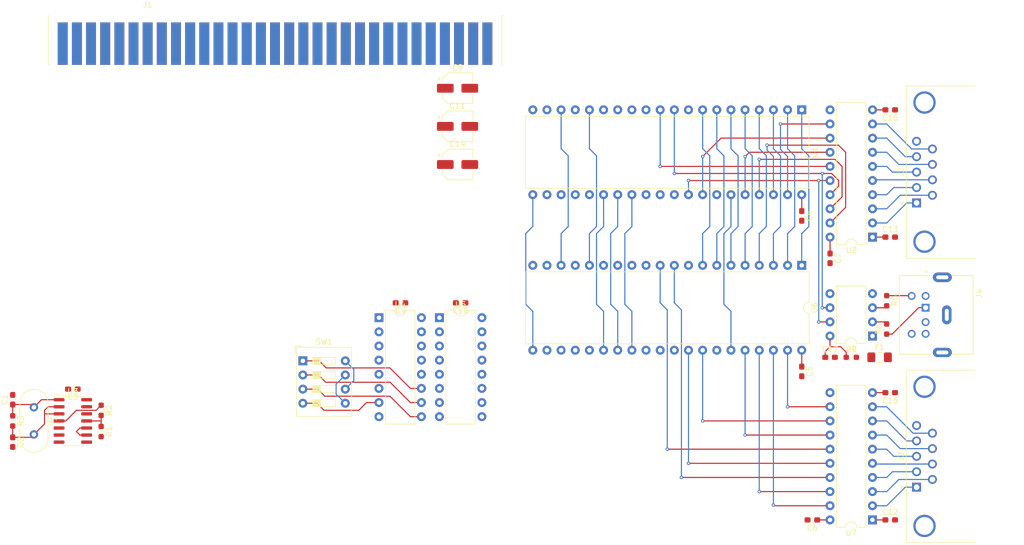
<source format=kicad_pcb>
(kicad_pcb (version 20240108) (generator "pcbnew") (generator_version "8.0")
  (layers (0 "F.Cu" signal) (31 "B.Cu" signal) (34 "B.Paste" user) (35 "F.Paste" user) (36 "B.SilkS" user "B.Silkscreen") (37 "F.SilkS" user "F.Silkscreen") (38 "B.Mask" user) (39 "F.Mask" user) (44 "Edge.Cuts" user))
  (net 0 "")
  (net 1 "GND")
  (net 2 "Net-(C1-Pad1)")
  (net 3 "Net-(C2-Pad1)")
  (net 4 "+5V")
  (net 5 "+12V")
  (net 6 "-12V")
  (net 7 "Net-(F1-Pad2)")
  (net 10 "/D5")
  (net 11 "/D3")
  (net 12 "/A3")
  (net 16 "/~{IOR}")
  (net 24 "/D2")
  (net 25 "/A5")
  (net 26 "/AEN")
  (net 27 "/D1")
  (net 29 "/D4")
  (net 30 "/IRQ3")
  (net 32 "/A1")
  (net 33 "/A8")
  (net 34 "/A6")
  (net 40 "/D6")
  (net 41 "/D7")
  (net 42 "/A2")
  (net 44 "/A4")
  (net 45 "/A9")
  (net 50 "/IRQ4")
  (net 54 "/D0")
  (net 55 "/A7")
  (net 58 "/RESET")
  (net 59 "/A0")
  (net 61 "/~{IOW}")
  (net 63 "Net-(U2-RA5)")
  (net 64 "Net-(U2-RA3)")
  (net 65 "Net-(U2-DY2)")
  (net 66 "Net-(U2-RA4)")
  (net 67 "Net-(U2-DY3)")
  (net 68 "Net-(U2-RA1)")
  (net 69 "Net-(U2-DY1)")
  (net 70 "Net-(U2-RA2)")
  (net 71 "Net-(U7-DY2)")
  (net 72 "Net-(U7-DY1)")
  (net 73 "Net-(U7-RA5)")
  (net 74 "Net-(U7-RA2)")
  (net 75 "Net-(U7-DY3)")
  (net 76 "Net-(U7-RA1)")
  (net 77 "Net-(U7-RA3)")
  (net 78 "Net-(U7-RA4)")
  (net 79 "Net-(J4-Pad1)")
  (net 80 "Net-(J4-Pad5)")
  (net 83 "Net-(R1-Pad1)")
  (net 84 "/CLK_UART")
  (net 85 "Net-(R2-Pad1)")
  (net 86 "Net-(U8-~{RESET}{slash}PB5)")
  (net 87 "/PS2 to Serial/PS2_CLK")
  (net 88 "/PS2 to Serial/PS2_DAT")
  (net 89 "/~{0x3E8}")
  (net 90 "/~{0x2F8}")
  (net 91 "/~{0x2E8}")
  (net 92 "/~{0x3F8}")
  (net 93 "/~{UART2_CS}")
  (net 94 "/~{UART1_CS}")
  (net 97 "/RX")
  (net 98 "Net-(U1-~{RI})")
  (net 100 "Net-(U1-SOUT)")
  (net 101 "Net-(U1-~{DSR})")
  (net 102 "Net-(U1-~{CTS})")
  (net 104 "Net-(U1-~{DCD})")
  (net 105 "Net-(U1-~{DTR})")
  (net 108 "Net-(U1-RCLK)")
  (net 109 "/~{RTS}")
  (net 115 "Net-(U4-E2)")
  (net 123 "Net-(U6-~{RTS})")
  (net 125 "Net-(U6-~{RI})")
  (net 127 "Net-(U6-~{CTS})")
  (net 128 "Net-(U6-~{DCD})")
  (net 129 "Net-(U6-RCLK)")
  (net 130 "Net-(U6-~{DTR})")
  (net 131 "Net-(U6-SIN)")
  (net 133 "Net-(U6-~{DSR})")
  (net 137 "Net-(U6-SOUT)")
  (net 139 "Net-(U3-Pad10)")
  (footprint "Package_DIP:DIP-40_W15.24mm" (layer "F.Cu") (at 187.955 64.765 -90)
    (property "Reference" "U1")
    (property "Value" "16550")
  )
  (footprint "Capacitor_SMD:C_0603_1608Metric_Pad1.08x0.95mm_HandSolder" (layer "F.Cu") (at 187.96 111.76 -90)
    (property "Reference" "C5")
    (property "Value" "100n")
  )
  (footprint "Resistor_SMD:R_0603_1608Metric_Pad0.98x0.95mm_HandSolder" (layer "F.Cu") (at 62.23 118.745 -90)
    (property "Reference" "R2")
    (property "Value" "1K")
  )
  (footprint "Capacitor_SMD:CP_Elec_5x5.3" (layer "F.Cu") (at 126.186 67.738)
    (property "Reference" "C11")
    (property "Value" "22u")
  )
  (footprint "Package_DIP:DIP-40_W15.24mm" (layer "F.Cu") (at 187.955 92.705 -90)
    (property "Reference" "U6")
    (property "Value" "16550")
  )
  (footprint "Package_DIP:DIP-20_W7.62mm" (layer "F.Cu") (at 200.66 87.63 180)
    (property "Reference" "U2")
    (property "Value" "GD75232N")
  )
  (footprint "Capacitor_SMD:C_0603_1608Metric_Pad1.08x0.95mm_HandSolder" (layer "F.Cu") (at 203.835 87.63)
    (property "Reference" "C13")
    (property "Value" "100n")
  )
  (footprint "Connector_Dsub:DSUB-9_Male_Horizontal_P2.77x2.84mm_EdgePinOffset7.70mm_Housed_MountingHolesOffset9.12mm" (layer "F.Cu") (at 208.569669 81.496 90)
    (property "Reference" "J2")
    (property "Value" "DE9")
  )
  (footprint "Capacitor_SMD:C_0603_1608Metric_Pad1.08x0.95mm_HandSolder" (layer "F.Cu") (at 203.835 115.57 180)
    (property "Reference" "C15")
    (property "Value" "100n")
  )
  (footprint "Capacitor_SMD:C_0603_1608Metric_Pad1.08x0.95mm_HandSolder" (layer "F.Cu") (at 203.835 138.43)
    (property "Reference" "C12")
    (property "Value" "100n")
  )
  (footprint "Capacitor_SMD:C_0603_1608Metric_Pad1.08x0.95mm_HandSolder" (layer "F.Cu") (at 46.355 116.84 90)
    (property "Reference" "C1")
    (property "Value" "22p")
  )
  (footprint "Button_Switch_THT:SW_DIP_SPSTx04_Slide_9.78x12.34mm_W7.62mm_P2.54mm" (layer "F.Cu") (at 98.425 109.855)
    (property "Reference" "SW1")
    (property "Value" "SW_DIP_x04")
  )
  (footprint "Capacitor_SMD:C_0603_1608Metric_Pad1.08x0.95mm_HandSolder" (layer "F.Cu") (at 126.746 99.441 180)
    (property "Reference" "C10")
    (property "Value" "100n")
  )
  (footprint "Capacitor_SMD:C_0603_1608Metric_Pad1.08x0.95mm_HandSolder" (layer "F.Cu") (at 189.865 138.43 180)
    (property "Reference" "C6")
    (property "Value" "100n")
  )
  (footprint "Connector_Dsub:DSUB-9_Male_Horizontal_P2.77x2.84mm_EdgePinOffset7.70mm_Housed_MountingHolesOffset9.12mm" (layer "F.Cu") (at 208.569669 132.55 90)
    (property "Reference" "J3")
    (property "Value" "DE9")
  )
  (footprint "Package_DIP:DIP-16_W7.62mm" (layer "F.Cu") (at 122.936 102.108)
    (property "Reference" "U5")
    (property "Value" "74LS138")
  )
  (footprint "Resistor_SMD:R_0603_1608Metric_Pad0.98x0.95mm_HandSolder" (layer "F.Cu") (at 62.23 122.555 -90)
    (property "Reference" "R1")
    (property "Value" "10K")
  )
  (footprint "pc-parts:BUS_AT_8BIT" (layer "F.Cu") (at 131.536 52.878)
    (property "Reference" "J1")
    (property "Value" "Bus_ISA_8bit")
  )
  (footprint "Resistor_SMD:R_0603_1608Metric_Pad0.98x0.95mm_HandSolder" (layer "F.Cu") (at 203.2 99.06 -90)
    (property "Reference" "R5")
    (property "Value" "100")
  )
  (footprint "Capacitor_SMD:C_0603_1608Metric_Pad1.08x0.95mm_HandSolder" (layer "F.Cu") (at 57.15 114.935 180)
    (property "Reference" "C3")
    (property "Value" "100n")
  )
  (footprint "Package_SO:SO-14_3.9x8.65mm_P1.27mm" (layer "F.Cu") (at 57.15 120.65)
    (property "Reference" "U3")
    (property "Value" "74HCU04")
  )
  (footprint "Capacitor_SMD:C_0603_1608Metric_Pad1.08x0.95mm_HandSolder" (layer "F.Cu") (at 193.04 109.22)
    (property "Reference" "C17")
    (property "Value" "100n")
  )
  (footprint "Package_DIP:DIP-20_W7.62mm" (layer "F.Cu") (at 200.65 138.425 180)
    (property "Reference" "U7")
    (property "Value" "GD75232N")
  )
  (footprint "Package_DIP:DIP-8_W7.62mm" (layer "F.Cu") (at 200.65 105.4 180)
    (property "Reference" "U8")
    (property "Value" "ATtiny85-20P")
  )
  (footprint "Capacitor_SMD:C_0603_1608Metric_Pad1.08x0.95mm_HandSolder" (layer "F.Cu") (at 193.04 91.44 -90)
    (property "Reference" "C7")
    (property "Value" "100n")
  )
  (footprint "Resistor_SMD:R_0603_1608Metric_Pad0.98x0.95mm_HandSolder" (layer "F.Cu") (at 196.85 109.22)
    (property "Reference" "R4")
    (property "Value" "10K")
  )
  (footprint "Fuse:Fuse_1206_3216Metric_Pad1.42x1.75mm_HandSolder" (layer "F.Cu") (at 201.93 109.22)
    (property "Reference" "F1")
    (property "Value" "Fuse")
  )
  (footprint "Resistor_SMD:R_0603_1608Metric_Pad0.98x0.95mm_HandSolder" (layer "F.Cu") (at 46.355 120.65 -90)
    (property "Reference" "R3")
    (property "Value" "1M")
  )
  (footprint "Capacitor_SMD:CP_Elec_5x5.3" (layer "F.Cu") (at 126.186 74.588)
    (property "Reference" "C14")
    (property "Value" "22u")
  )
  (footprint "pc-parts:CUI_MD-60SGK" (layer "F.Cu") (at 212.09 101.6 -90)
    (property "Reference" "J4")
    (property "Value" "Mini-DIN-6")
  )
  (footprint "Capacitor_SMD:C_0603_1608Metric_Pad1.08x0.95mm_HandSolder" (layer "F.Cu") (at 187.96 83.82 -90)
    (property "Reference" "C4")
    (property "Value" "100n")
  )
  (footprint "Resistor_SMD:R_0603_1608Metric_Pad0.98x0.95mm_HandSolder" (layer "F.Cu") (at 203.2 104.14 90)
    (property "Reference" "R6")
    (property "Value" "100")
  )
  (footprint "Capacitor_SMD:C_0603_1608Metric_Pad1.08x0.95mm_HandSolder" (layer "F.Cu") (at 115.951 99.441 180)
    (property "Reference" "C9")
    (property "Value" "100n")
  )
  (footprint "Capacitor_SMD:C_0603_1608Metric_Pad1.08x0.95mm_HandSolder" (layer "F.Cu") (at 203.835 64.77 180)
    (property "Reference" "C16")
    (property "Value" "100n")
  )
  (footprint "Capacitor_SMD:CP_Elec_5x5.3" (layer "F.Cu") (at 126.186 60.888)
    (property "Reference" "C8")
    (property "Value" "22u")
  )
  (footprint "Package_DIP:DIP-16_W7.62mm" (layer "F.Cu") (at 112.086 102.108)
    (property "Reference" "U4")
    (property "Value" "74LS138")
  )
  (footprint "Capacitor_SMD:C_0603_1608Metric_Pad1.08x0.95mm_HandSolder" (layer "F.Cu") (at 46.355 124.46 -90)
    (property "Reference" "C2")
    (property "Value" "22p")
  )
  (footprint "Crystal:Crystal_HC49-U_Vertical" (layer "F.Cu") (at 50.165 118.2 -90)
    (property "Reference" "Y1")
    (property "Value" "1.8432MHz")
  )
  (segment (start 51.525 116.84) (end 50.165 118.2) (width 0.2) (layer "F.Cu") (net 2))
  (segment (start 54.675 116.84) (end 51.525 116.84) (width 0.2) (layer "F.Cu") (net 2))
  (segment (start 49.6675 117.7025) (end 50.165 118.2) (width 0.2) (layer "F.Cu") (net 2))
  (segment (start 46.355 119.7375) (end 46.355 117.7025) (width 0.2) (layer "F.Cu") (net 2))
  (segment (start 46.355 117.7025) (end 49.6675 117.7025) (width 0.2) (layer "F.Cu") (net 2))
  (segment (start 52.07 121.175) (end 50.165 123.08) (width 0.2) (layer "F.Cu") (net 3))
  (segment (start 52.705 118.11) (end 52.07 118.745) (width 0.2) (layer "F.Cu") (net 3))
  (segment (start 54.675 119.38) (end 52.07 119.38) (width 0.2) (layer "F.Cu") (net 3))
  (segment (start 54.675 118.11) (end 52.705 118.11) (width 0.2) (layer "F.Cu") (net 3))
  (segment (start 46.355 123.5975) (end 49.6475 123.5975) (width 0.2) (layer "F.Cu") (net 3))
  (segment (start 52.07 119.38) (end 52.07 121.175) (width 0.2) (layer "F.Cu") (net 3))
  (segment (start 49.6475 123.5975) (end 50.165 123.08) (width 0.2) (layer "F.Cu") (net 3))
  (segment (start 46.355 121.5625) (end 46.355 123.5975) (width 0.2) (layer "F.Cu") (net 3))
  (segment (start 52.07 118.745) (end 52.07 119.38) (width 0.2) (layer "F.Cu") (net 3))
  (segment (start 187.96 107.95) (end 187.955 107.945) (width 0.2) (layer "F.Cu") (net 4))
  (segment (start 193.04 107.315) (end 193.03 107.305) (width 0.2) (layer "F.Cu") (net 4))
  (segment (start 193.03 107.305) (end 193.03 105.4) (width 0.2) (layer "F.Cu") (net 4))
  (segment (start 190.7275 138.43) (end 193.025 138.43) (width 0.2) (layer "F.Cu") (net 4))
  (segment (start 187.96 80.01) (end 187.955 80.005) (width 0.2) (layer "F.Cu") (net 4))
  (segment (start 193.04 90.5775) (end 193.04 87.63) (width 0.2) (layer "F.Cu") (net 4))
  (segment (start 192.1775 109.22) (end 192.1775 108.1775) (width 0.2) (layer "F.Cu") (net 4))
  (segment (start 194.945 107.315) (end 195.9375 108.3075) (width 0.2) (layer "F.Cu") (net 4))
  (segment (start 193.04 107.315) (end 194.945 107.315) (width 0.2) (layer "F.Cu") (net 4))
  (segment (start 187.96 82.9575) (end 187.96 80.01) (width 0.2) (layer "F.Cu") (net 4))
  (segment (start 187.96 110.8975) (end 187.96 107.95) (width 0.2) (layer "F.Cu") (net 4))
  (segment (start 192.1775 108.1775) (end 193.04 107.315) (width 0.2) (layer "F.Cu") (net 4))
  (segment (start 193.025 138.43) (end 193.03 138.425) (width 0.2) (layer "F.Cu") (net 4))
  (segment (start 195.9375 108.3075) (end 195.9375 109.22) (width 0.2) (layer "F.Cu") (net 4))
  (segment (start 202.9725 87.63) (end 200.66 87.63) (width 0.2) (layer "F.Cu") (net 5))
  (segment (start 200.655 138.43) (end 200.65 138.425) (width 0.2) (layer "F.Cu") (net 5))
  (segment (start 202.9725 138.43) (end 200.655 138.43) (width 0.2) (layer "F.Cu") (net 5))
  (segment (start 202.9725 115.57) (end 200.655 115.57) (width 0.2) (layer "F.Cu") (net 6))
  (segment (start 200.655 115.57) (end 200.65 115.565) (width 0.2) (layer "F.Cu") (net 6))
  (segment (start 202.9725 64.77) (end 200.66 64.77) (width 0.2) (layer "F.Cu") (net 6))
  (segment (start 175.255 92.705) (end 175.255 87) (width 0.2) (layer "B.Cu") (net 10))
  (segment (start 176.53 85.725) (end 176.53 73.025) (width 0.2) (layer "B.Cu") (net 10))
  (segment (start 176.53 73.025) (end 175.255 71.75) (width 0.2) (layer "B.Cu") (net 10))
  (segment (start 175.255 87) (end 176.53 85.725) (width 0.2) (layer "B.Cu") (net 10))
  (segment (start 175.255 71.75) (end 175.255 64.765) (width 0.2) (layer "B.Cu") (net 10))
  (segment (start 180.335 92.705) (end 180.335 87) (width 0.2) (layer "B.Cu") (net 11))
  (segment (start 180.335 71.75) (end 180.335 64.765) (width 0.2) (layer "B.Cu") (net 11))
  (segment (start 181.61 73.025) (end 180.335 71.75) (width 0.2) (layer "B.Cu") (net 11))
  (segment (start 181.61 85.725) (end 181.61 73.025) (width 0.2) (layer "B.Cu") (net 11))
  (segment (start 180.335 87) (end 181.61 85.725) (width 0.2) (layer "B.Cu") (net 11))
  (segment (start 139.695 85.72) (end 139.695 80.005) (width 0.2) (layer "B.Cu") (net 16))
  (segment (start 139.695 100.97) (end 138.43 99.705) (width 0.2) (layer "B.Cu") (net 16))
  (segment (start 138.43 86.985) (end 139.695 85.72) (width 0.2) (layer "B.Cu") (net 16))
  (segment (start 139.695 107.945) (end 139.695 100.97) (width 0.2) (layer "B.Cu") (net 16))
  (segment (start 138.43 99.705) (end 138.43 86.985) (width 0.2) (layer "B.Cu") (net 16))
  (segment (start 182.875 87) (end 184.15 85.725) (width 0.2) (layer "B.Cu") (net 24))
  (segment (start 184.15 73.025) (end 182.875 71.75) (width 0.2) (layer "B.Cu") (net 24))
  (segment (start 182.875 92.705) (end 182.875 87) (width 0.2) (layer "B.Cu") (net 24))
  (segment (start 182.875 71.75) (end 182.875 64.765) (width 0.2) (layer "B.Cu") (net 24))
  (segment (start 184.15 85.725) (end 184.15 73.025) (width 0.2) (layer "B.Cu") (net 24))
  (segment (start 186.69 73.025) (end 185.415 71.75) (width 0.2) (layer "B.Cu") (net 27))
  (segment (start 185.415 87) (end 186.69 85.725) (width 0.2) (layer "B.Cu") (net 27))
  (segment (start 185.415 71.75) (end 185.415 64.765) (width 0.2) (layer "B.Cu") (net 27))
  (segment (start 186.69 85.725) (end 186.69 73.025) (width 0.2) (layer "B.Cu") (net 27))
  (segment (start 185.415 92.705) (end 185.415 87) (width 0.2) (layer "B.Cu") (net 27))
  (segment (start 179.07 85.725) (end 179.07 73.025) (width 0.2) (layer "B.Cu") (net 29))
  (segment (start 177.795 71.115) (end 177.795 64.765) (width 0.2) (layer "B.Cu") (net 29))
  (segment (start 177.8 71.12) (end 177.795 71.115) (width 0.2) (layer "B.Cu") (net 29))
  (segment (start 177.795 87) (end 179.07 85.725) (width 0.2) (layer "B.Cu") (net 29))
  (segment (start 177.795 92.705) (end 177.795 87) (width 0.2) (layer "B.Cu") (net 29))
  (segment (start 177.8 71.755) (end 177.8 71.12) (width 0.2) (layer "B.Cu") (net 29))
  (segment (start 179.07 73.025) (end 177.8 71.755) (width 0.2) (layer "B.Cu") (net 29))
  (segment (start 153.67 86.985) (end 154.935 85.72) (width 0.2) (layer "B.Cu") (net 32))
  (segment (start 154.935 85.72) (end 154.935 80.005) (width 0.2) (layer "B.Cu") (net 32))
  (segment (start 154.935 107.945) (end 154.935 100.97) (width 0.2) (layer "B.Cu") (net 32))
  (segment (start 153.67 99.705) (end 153.67 86.985) (width 0.2) (layer "B.Cu") (net 32))
  (segment (start 154.935 100.97) (end 153.67 99.705) (width 0.2) (layer "B.Cu") (net 32))
  (segment (start 172.715 92.705) (end 172.715 87) (width 0.2) (layer "B.Cu") (net 40))
  (segment (start 172.715 87) (end 173.99 85.725) (width 0.2) (layer "B.Cu") (net 40))
  (segment (start 172.72 71.12) (end 172.715 71.115) (width 0.2) (layer "B.Cu") (net 40))
  (segment (start 173.99 73.025) (end 172.72 71.755) (width 0.2) (layer "B.Cu") (net 40))
  (segment (start 172.715 71.115) (end 172.715 64.765) (width 0.2) (layer "B.Cu") (net 40))
  (segment (start 173.99 85.725) (end 173.99 73.025) (width 0.2) (layer "B.Cu") (net 40))
  (segment (start 172.72 71.755) (end 172.72 71.12) (width 0.2) (layer "B.Cu") (net 40))
  (segment (start 170.18 71.755) (end 170.18 71.12) (width 0.2) (layer "B.Cu") (net 41))
  (segment (start 170.175 71.115) (end 170.175 64.765) (width 0.2) (layer "B.Cu") (net 41))
  (segment (start 170.175 87) (end 171.45 85.725) (width 0.2) (layer "B.Cu") (net 41))
  (segment (start 170.18 71.12) (end 170.175 71.115) (width 0.2) (layer "B.Cu") (net 41))
  (segment (start 170.175 92.705) (end 170.175 87) (width 0.2) (layer "B.Cu") (net 41))
  (segment (start 171.45 73.025) (end 170.18 71.755) (width 0.2) (layer "B.Cu") (net 41))
  (segment (start 171.45 85.725) (end 171.45 73.025) (width 0.2) (layer "B.Cu") (net 41))
  (segment (start 152.4 85.09) (end 152.395 85.085) (width 0.2) (layer "B.Cu") (net 42))
  (segment (start 151.13 86.995) (end 152.4 85.725) (width 0.2) (layer "B.Cu") (net 42))
  (segment (start 152.395 100.97) (end 151.13 99.705) (width 0.2) (layer "B.Cu") (net 42))
  (segment (start 152.395 85.085) (end 152.395 80.005) (width 0.2) (layer "B.Cu") (net 42))
  (segment (start 152.395 107.945) (end 152.395 100.97) (width 0.2) (layer "B.Cu") (net 42))
  (segment (start 152.4 85.725) (end 152.4 85.09) (width 0.2) (layer "B.Cu") (net 42))
  (segment (start 151.13 99.705) (end 151.13 86.995) (width 0.2) (layer "B.Cu") (net 42))
  (segment (start 189.23 73.025) (end 187.96 71.755) (width 0.2) (layer "B.Cu") (net 54))
  (segment (start 187.96 71.12) (end 187.955 71.115) (width 0.2) (layer "B.Cu") (net 54))
  (segment (start 189.23 85.725) (end 189.23 73.025) (width 0.2) (layer "B.Cu") (net 54))
  (segment (start 187.96 71.755) (end 187.96 71.12) (width 0.2) (layer "B.Cu") (net 54))
  (segment (start 187.955 87) (end 189.23 85.725) (width 0.2) (layer "B.Cu") (net 54))
  (segment (start 187.955 92.705) (end 187.955 87) (width 0.2) (layer "B.Cu") (net 54))
  (segment (start 187.955 71.115) (end 187.955 64.765) (width 0.2) (layer "B.Cu") (net 54))
  (segment (start 175.26 85.09) (end 175.255 85.085) (width 0.2) (layer "B.Cu") (net 58))
  (segment (start 173.99 99.695) (end 173.99 86.995) (width 0.2) (layer "B.Cu") (net 58))
  (segment (start 175.26 85.725) (end 175.26 85.09) (width 0.2) (layer "B.Cu") (net 58))
  (segment (start 175.255 85.085) (end 175.255 80.005) (width 0.2) (layer "B.Cu") (net 58))
  (segment (start 173.99 86.995) (end 175.26 85.725) (width 0.2) (layer "B.Cu") (net 58))
  (segment (start 175.255 100.96) (end 173.99 99.695) (width 0.2) (layer "B.Cu") (net 58))
  (segment (start 175.255 107.945) (end 175.255 100.96) (width 0.2) (layer "B.Cu") (net 58))
  (segment (start 156.21 99.705) (end 156.21 86.995) (width 0.2) (layer "B.Cu") (net 59))
  (segment (start 157.48 85.725) (end 157.48 85.09) (width 0.2) (layer "B.Cu") (net 59))
  (segment (start 157.475 100.97) (end 156.21 99.705) (width 0.2) (layer "B.Cu") (net 59))
  (segment (start 157.475 85.085) (end 157.475 80.005) (width 0.2) (layer "B.Cu") (net 59))
  (segment (start 157.48 85.09) (end 157.475 85.085) (width 0.2) (layer "B.Cu") (net 59))
  (segment (start 156.21 86.995) (end 157.48 85.725) (width 0.2) (layer "B.Cu") (net 59))
  (segment (start 157.475 107.945) (end 157.475 100.97) (width 0.2) (layer "B.Cu") (net 59))
  (segment (start 144.775 71.75) (end 144.775 64.765) (width 0.2) (layer "B.Cu") (net 61))
  (segment (start 146.05 73.025) (end 144.775 71.75) (width 0.2) (layer "B.Cu") (net 61))
  (segment (start 146.05 85.725) (end 146.05 73.025) (width 0.2) (layer "B.Cu") (net 61))
  (segment (start 144.775 87) (end 146.05 85.725) (width 0.2) (layer "B.Cu") (net 61))
  (segment (start 144.775 92.705) (end 144.775 87) (width 0.2) (layer "B.Cu") (net 61))
  (segment (start 203.2 67.31) (end 200.66 67.31) (width 0.2) (layer "B.Cu") (net 63))
  (segment (start 207.691 71.801) (end 203.2 67.31) (width 0.2) (layer "B.Cu") (net 63))
  (segment (start 211.409669 71.801) (end 207.691 71.801) (width 0.2) (layer "B.Cu") (net 63))
  (segment (start 203.2 80.01) (end 200.66 80.01) (width 0.2) (layer "B.Cu") (net 64))
  (segment (start 204.484 78.726) (end 203.2 80.01) (width 0.2) (layer "B.Cu") (net 64))
  (segment (start 208.569669 78.726) (end 204.484 78.726) (width 0.2) (layer "B.Cu") (net 64))
  (segment (start 203.2 74.93) (end 200.66 74.93) (width 0.2) (layer "B.Cu") (net 65))
  (segment (start 208.569669 75.956) (end 204.226 75.956) (width 0.2) (layer "B.Cu") (net 65))
  (segment (start 204.226 75.956) (end 203.2 74.93) (width 0.2) (layer "B.Cu") (net 65))
  (segment (start 205.381 74.571) (end 203.2 72.39) (width 0.2) (layer "B.Cu") (net 66))
  (segment (start 203.2 72.39) (end 200.66 72.39) (width 0.2) (layer "B.Cu") (net 66))
  (segment (start 211.409669 74.571) (end 205.381 74.571) (width 0.2) (layer "B.Cu") (net 66))
  (segment (start 208.569669 73.186) (end 206.536 73.186) (width 0.2) (layer "B.Cu") (net 67))
  (segment (start 206.536 73.186) (end 203.2 69.85) (width 0.2) (layer "B.Cu") (net 67))
  (segment (start 203.2 69.85) (end 200.66 69.85) (width 0.2) (layer "B.Cu") (net 67))
  (segment (start 206.794 81.496) (end 203.2 85.09) (width 0.2) (layer "B.Cu") (net 68))
  (segment (start 203.2 85.09) (end 200.66 85.09) (width 0.2) (layer "B.Cu") (net 68))
  (segment (start 208.569669 81.496) (end 206.794 81.496) (width 0.2) (layer "B.Cu") (net 68))
  (segment (start 211.409669 77.341) (end 200.789 77.341) (width 0.2) (layer "B.Cu") (net 69))
  (segment (start 200.789 77.341) (end 200.66 77.47) (width 0.2) (layer "B.Cu") (net 69))
  (segment (start 203.2 82.55) (end 200.66 82.55) (width 0.2) (layer "B.Cu") (net 70))
  (segment (start 211.409669 80.111) (end 205.639 80.111) (width 0.2) (layer "B.Cu") (net 70))
  (segment (start 205.639 80.111) (end 203.2 82.55) (width 0.2) (layer "B.Cu") (net 70))
  (segment (start 208.569669 127.01) (end 204.48 127.01) (width 0.2) (layer "B.Cu") (net 71))
  (segment (start 204.48 127.01) (end 203.195 125.725) (width 0.2) (layer "B.Cu") (net 71))
  (segment (start 203.195 125.725) (end 200.65 125.725) (width 0.2) (layer "B.Cu") (net 71))
  (segment (start 200.78 128.395) (end 200.65 128.265) (width 0.2) (layer "B.Cu") (net 72))
  (segment (start 211.409669 128.395) (end 200.78 128.395) (width 0.2) (layer "B.Cu") (net 72))
  (segment (start 203.2 118.11) (end 202.565 118.11) (width 0.2) (layer "B.Cu") (net 73))
  (segment (start 202.56 118.105) (end 200.65 118.105) (width 0.2) (layer "B.Cu") (net 73))
  (segment (start 211.409669 122.855) (end 207.945 122.855) (width 0.2) (layer "B.Cu") (net 73))
  (segment (start 202.565 118.11) (end 202.56 118.105) (width 0.2) (layer "B.Cu") (net 73))
  (segment (start 207.945 122.855) (end 203.2 118.11) (width 0.2) (layer "B.Cu") (net 73))
  (segment (start 202.565 133.35) (end 202.56 133.345) (width 0.2) (layer "B.Cu") (net 74))
  (segment (start 205.385 131.165) (end 203.2 133.35) (width 0.2) (layer "B.Cu") (net 74))
  (segment (start 203.2 133.35) (end 202.565 133.35) (width 0.2) (layer "B.Cu") (net 74))
  (segment (start 211.409669 131.165) (end 205.385 131.165) (width 0.2) (layer "B.Cu") (net 74))
  (segment (start 202.56 133.345) (end 200.65 133.345) (width 0.2) (layer "B.Cu") (net 74))
  (segment (start 206.79 124.24) (end 203.2 120.65) (width 0.2) (layer "B.Cu") (net 75))
  (segment (start 203.2 120.65) (end 202.565 120.65) (width 0.2) (layer "B.Cu") (net 75))
  (segment (start 208.569669 124.24) (end 206.79 124.24) (width 0.2) (layer "B.Cu") (net 75))
  (segment (start 202.56 120.645) (end 200.65 120.645) (width 0.2) (layer "B.Cu") (net 75))
  (segment (start 202.565 120.65) (end 202.56 120.645) (width 0.2) (layer "B.Cu") (net 75))
  (segment (start 202.56 135.885) (end 200.65 135.885) (width 0.2) (layer "B.Cu") (net 76))
  (segment (start 202.565 135.89) (end 202.56 135.885) (width 0.2) (layer "B.Cu") (net 76))
  (segment (start 206.54 132.55) (end 203.2 135.89) (width 0.2) (layer "B.Cu") (net 76))
  (segment (start 208.569669 132.55) (end 206.54 132.55) (width 0.2) (layer "B.Cu") (net 76))
  (segment (start 203.2 135.89) (end 202.565 135.89) (width 0.2) (layer "B.Cu") (net 76))
  (segment (start 203.195 130.805) (end 200.65 130.805) (width 0.2) (layer "B.Cu") (net 77))
  (segment (start 203.2 130.81) (end 203.195 130.805) (width 0.2) (layer "B.Cu") (net 77))
  (segment (start 208.569669 129.78) (end 204.23 129.78) (width 0.2) (layer "B.Cu") (net 77))
  (segment (start 204.23 129.78) (end 203.2 130.81) (width 0.2) (layer "B.Cu") (net 77))
  (segment (start 202.565 123.19) (end 202.56 123.185) (width 0.2) (layer "B.Cu") (net 78))
  (segment (start 211.409669 125.625) (end 205.635 125.625) (width 0.2) (layer "B.Cu") (net 78))
  (segment (start 202.56 123.185) (end 200.65 123.185) (width 0.2) (layer "B.Cu") (net 78))
  (segment (start 205.635 125.625) (end 203.2 123.19) (width 0.2) (layer "B.Cu") (net 78))
  (segment (start 203.2 123.19) (end 202.565 123.19) (width 0.2) (layer "B.Cu") (net 78))
  (segment (start 203.2 105.0525) (end 204.1925 105.0525) (width 0.2) (layer "F.Cu") (net 79))
  (segment (start 208.945 100.3) (end 210.19 100.3) (width 0.2) (layer "F.Cu") (net 79))
  (segment (start 204.1925 105.0525) (end 208.945 100.3) (width 0.2) (layer "F.Cu") (net 79))
  (segment (start 207.6375 98.1475) (end 207.69 98.2) (width 0.2) (layer "F.Cu") (net 80))
  (segment (start 203.2 98.1475) (end 207.6375 98.1475) (width 0.2) (layer "F.Cu") (net 80))
  (segment (start 62.23 120.65) (end 59.625 120.65) (width 0.2) (layer "F.Cu") (net 83))
  (segment (start 62.23 120.65) (end 62.23 121.6425) (width 0.2) (layer "F.Cu") (net 83))
  (segment (start 62.23 119.6575) (end 62.23 120.65) (width 0.2) (layer "F.Cu") (net 83))
  (segment (start 151.13 73.025) (end 149.855 71.75) (width 0.2) (layer "B.Cu") (net 84))
  (segment (start 149.855 71.75) (end 149.855 64.765) (width 0.2) (layer "B.Cu") (net 84))
  (segment (start 149.855 87) (end 151.13 85.725) (width 0.2) (layer "B.Cu") (net 84))
  (segment (start 151.13 85.725) (end 151.13 73.025) (width 0.2) (layer "B.Cu") (net 84))
  (segment (start 149.855 92.705) (end 149.855 87) (width 0.2) (layer "B.Cu") (net 84))
  (segment (start 61.3175 118.745) (end 62.23 117.8325) (width 0.2) (layer "F.Cu") (net 85))
  (segment (start 55.88 120.65) (end 57.785 118.745) (width 0.2) (layer "F.Cu") (net 85))
  (segment (start 54.675 120.65) (end 55.88 120.65) (width 0.2) (layer "F.Cu") (net 85))
  (segment (start 57.785 118.745) (end 61.3175 118.745) (width 0.2) (layer "F.Cu") (net 85))
  (segment (start 203.2 99.9725) (end 202.8525 100.32) (width 0.2) (layer "F.Cu") (net 87))
  (segment (start 202.8525 100.32) (end 200.65 100.32) (width 0.2) (layer "F.Cu") (net 87))
  (segment (start 203.2 103.2275) (end 202.8325 102.86) (width 0.2) (layer "F.Cu") (net 88))
  (segment (start 202.8325 102.86) (end 200.65 102.86) (width 0.2) (layer "F.Cu") (net 88))
  (segment (start 102.532 113.708) (end 114.089 113.708) (width 0.2) (layer "F.Cu") (net 89))
  (segment (start 101.219 112.395) (end 102.532 113.708) (width 0.2) (layer "F.Cu") (net 89))
  (segment (start 117.729 117.348) (end 119.706 117.348) (width 0.2) (layer "F.Cu") (net 89))
  (segment (start 98.425 112.395) (end 101.219 112.395) (width 0.2) (layer "F.Cu") (net 89))
  (segment (start 114.089 113.708) (end 117.729 117.348) (width 0.2) (layer "F.Cu") (net 89))
  (segment (start 102.362 116.205) (end 114.046 116.205) (width 0.2) (layer "F.Cu") (net 90))
  (segment (start 117.729 119.888) (end 119.706 119.888) (width 0.2) (layer "F.Cu") (net 90))
  (segment (start 98.425 114.935) (end 101.092 114.935) (width 0.2) (layer "F.Cu") (net 90))
  (segment (start 101.092 114.935) (end 102.362 116.205) (width 0.2) (layer "F.Cu") (net 90))
  (segment (start 114.046 116.205) (end 117.729 119.888) (width 0.2) (layer "F.Cu") (net 90))
  (segment (start 101.346 109.855) (end 102.616 111.125) (width 0.2) (layer "F.Cu") (net 91))
  (segment (start 114.046 111.125) (end 117.729 114.808) (width 0.2) (layer "F.Cu") (net 91))
  (segment (start 102.616 111.125) (end 114.046 111.125) (width 0.2) (layer "F.Cu") (net 91))
  (segment (start 98.425 109.855) (end 101.346 109.855) (width 0.2) (layer "F.Cu") (net 91))
  (segment (start 117.729 114.808) (end 119.706 114.808) (width 0.2) (layer "F.Cu") (net 91))
  (segment (start 100.965 117.475) (end 102.235 118.745) (width 0.2) (layer "F.Cu") (net 92))
  (segment (start 108.458 118.745) (end 109.855 117.348) (width 0.2) (layer "F.Cu") (net 92))
  (segment (start 109.855 117.348) (end 112.086 117.348) (width 0.2) (layer "F.Cu") (net 92))
  (segment (start 102.235 118.745) (end 108.458 118.745) (width 0.2) (layer "F.Cu") (net 92))
  (segment (start 98.425 117.475) (end 100.965 117.475) (width 0.2) (layer "F.Cu") (net 92))
  (segment (start 106.045 114.935) (end 107.569 113.411) (width 0.2) (layer "B.Cu") (net 93))
  (segment (start 107.569 111.379) (end 106.045 109.855) (width 0.2) (layer "B.Cu") (net 93))
  (segment (start 107.569 113.411) (end 107.569 111.379) (width 0.2) (layer "B.Cu") (net 93))
  (segment (start 106.045 117.475) (end 104.394 115.824) (width 0.2) (layer "B.Cu") (net 94))
  (segment (start 104.394 114.046) (end 106.045 112.395) (width 0.2) (layer "B.Cu") (net 94))
  (segment (start 104.394 115.824) (end 104.394 114.046) (width 0.2) (layer "B.Cu") (net 94))
  (segment (start 194.564 78.486) (end 194.564 77.47) (width 0.2) (layer "F.Cu") (net 97))
  (segment (start 191.653 100.32) (end 191.643 100.33) (width 0.2) (layer "F.Cu") (net 97))
  (segment (start 191.643 76.2) (end 165.1 76.2) (width 0.2) (layer "F.Cu") (net 97))
  (segment (start 193.04 80.01) (end 194.564 78.486) (width 0.2) (layer "F.Cu") (net 97))
  (segment (start 194.564 77.438365) (end 193.325635 76.2) (width 0.2) (layer "F.Cu") (net 97))
  (segment (start 193.325635 76.2) (end 191.643 76.2) (width 0.2) (layer "F.Cu") (net 97))
  (segment (start 194.564 77.47) (end 194.564 77.438365) (width 0.2) (layer "F.Cu") (net 97))
  (segment (start 193.03 100.32) (end 191.653 100.32) (width 0.2) (layer "F.Cu") (net 97))
  (via (at 165.1 76.2) (size 0.6) (drill 0.3) (layers "F.Cu" "B.Cu") (net 97))
  (via (at 191.643 76.2) (size 0.6) (drill 0.3) (layers "F.Cu" "B.Cu") (net 97))
  (via (at 191.643 100.33) (size 0.6) (drill 0.3) (layers "F.Cu" "B.Cu") (net 97))
  (segment (start 165.095 75.56) (end 165.095 64.765) (width 0.2) (layer "B.Cu") (net 97))
  (segment (start 165.1 75.565) (end 165.095 75.56) (width 0.2) (layer "B.Cu") (net 97))
  (segment (start 165.1 76.2) (end 165.1 75.565) (width 0.2) (layer "B.Cu") (net 97))
  (segment (start 191.643 100.33) (end 191.643 76.2) (width 0.2) (layer "B.Cu") (net 97))
  (segment (start 193.04 67.31) (end 184.15 67.31) (width 0.2) (layer "F.Cu") (net 98))
  (via (at 184.15 67.31) (size 0.6) (drill 0.3) (layers "F.Cu" "B.Cu") (net 98))
  (segment (start 185.42 73.406) (end 185.415 73.411) (width 0.2) (layer "B.Cu") (net 98))
  (segment (start 185.415 73.411) (end 185.415 80.005) (width 0.2) (layer "B.Cu") (net 98))
  (segment (start 185.42 73.152) (end 185.42 73.406) (width 0.2) (layer "B.Cu") (net 98))
  (segment (start 184.15 67.31) (end 184.15 71.882) (width 0.2) (layer "B.Cu") (net 98))
  (segment (start 184.15 71.882) (end 185.42 73.152) (width 0.2) (layer "B.Cu") (net 98))
  (segment (start 193.04 74.93) (end 162.56 74.93) (width 0.2) (layer "F.Cu") (net 100))
  (via (at 162.56 74.93) (size 0.6) (drill 0.3) (layers "F.Cu" "B.Cu") (net 100))
  (segment (start 162.56 74.549) (end 162.555 74.544) (width 0.2) (layer "B.Cu") (net 100))
  (segment (start 162.56 74.93) (end 162.56 74.549) (width 0.2) (layer "B.Cu") (net 100))
  (segment (start 162.555 74.544) (end 162.555 64.765) (width 0.2) (layer "B.Cu") (net 100))
  (segment (start 195.199 80.391) (end 195.199 74.93) (width 0.2) (layer "F.Cu") (net 101))
  (segment (start 195.199 74.93) (end 193.929 73.66) (width 0.2) (layer "F.Cu") (net 101))
  (segment (start 193.929 73.66) (end 180.34 73.66) (width 0.2) (layer "F.Cu") (net 101))
  (segment (start 193.04 82.55) (end 195.199 80.391) (width 0.2) (layer "F.Cu") (net 101))
  (via (at 180.34 73.66) (size 0.6) (drill 0.3) (layers "F.Cu" "B.Cu") (net 101))
  (segment (start 180.34 73.66) (end 180.34 74.041) (width 0.2) (layer "B.Cu") (net 101))
  (segment (start 180.34 74.041) (end 180.335 74.046) (width 0.2) (layer "B.Cu") (net 101))
  (segment (start 180.335 74.046) (end 180.335 80.005) (width 0.2) (layer "B.Cu") (net 101))
  (segment (start 178.562 72.39) (end 177.8 73.152) (width 0.2) (layer "F.Cu") (net 102))
  (segment (start 193.04 72.39) (end 178.562 72.39) (width 0.2) (layer "F.Cu") (net 102))
  (via (at 177.8 73.152) (size 0.6) (drill 0.3) (layers "F.Cu" "B.Cu") (net 102))
  (segment (start 177.8 73.152) (end 177.8 73.533) (width 0.2) (layer "B.Cu") (net 102))
  (segment (start 177.8 73.533) (end 177.795 73.538) (width 0.2) (layer "B.Cu") (net 102))
  (segment (start 177.795 73.538) (end 177.795 80.005) (width 0.2) (layer "B.Cu") (net 102))
  (segment (start 194.564 71.12) (end 181.737 71.12) (width 0.2) (layer "F.Cu") (net 104))
  (segment (start 195.834 72.39) (end 194.564 71.12) (width 0.2) (layer "F.Cu") (net 104))
  (segment (start 193.04 85.09) (end 195.834 82.296) (width 0.2) (layer "F.Cu") (net 104))
  (segment (start 195.834 82.296) (end 195.834 72.39) (width 0.2) (layer "F.Cu") (net 104))
  (via (at 181.737 71.12) (size 0.6) (drill 0.3) (layers "F.Cu" "B.Cu") (net 104))
  (segment (start 182.88 73.152) (end 182.875 73.157) (width 0.2) (layer "B.Cu") (net 104))
  (segment (start 182.875 73.157) (end 182.875 80.005) (width 0.2) (layer "B.Cu") (net 104))
  (segment (start 181.737 71.12) (end 181.737 72.009) (width 0.2) (layer "B.Cu") (net 104))
  (segment (start 181.737 72.009) (end 182.88 73.152) (width 0.2) (layer "B.Cu") (net 104))
  (segment (start 173.482 69.85) (end 170.18 73.152) (width 0.2) (layer "F.Cu") (net 105))
  (segment (start 193.04 69.85) (end 173.482 69.85) (width 0.2) (layer "F.Cu") (net 105))
  (via (at 170.18 73.152) (size 0.6) (drill 0.3) (layers "F.Cu" "B.Cu") (net 105))
  (segment (start 170.175 73.157) (end 170.175 80.005) (width 0.2) (layer "B.Cu") (net 105))
  (segment (start 170.18 73.152) (end 170.175 73.157) (width 0.2) (layer "B.Cu") (net 105))
  (segment (start 193.04 77.47) (end 191.008 77.47) (width 0.2) (layer "F.Cu") (net 109))
  (segment (start 191.018 102.86) (end 191.008 102.87) (width 0.2) (layer "F.Cu") (net 109))
  (segment (start 193.03 102.86) (end 191.018 102.86) (width 0.2) (layer "F.Cu") (net 109))
  (segment (start 191.008 77.47) (end 167.64 77.47) (width 0.2) (layer "F.Cu") (net 109))
  (via (at 191.008 77.47) (size 0.6) (drill 0.3) (layers "F.Cu" "B.Cu") (net 109))
  (via (at 191.008 102.87) (size 0.6) (drill 0.3) (layers "F.Cu" "B.Cu") (net 109))
  (via (at 167.64 77.47) (size 0.6) (drill 0.3) (layers "F.Cu" "B.Cu") (net 109))
  (segment (start 167.64 77.47) (end 167.635 77.475) (width 0.2) (layer "B.Cu") (net 109))
  (segment (start 191.008 102.87) (end 191.008 77.47) (width 0.2) (layer "B.Cu") (net 109))
  (segment (start 167.635 77.475) (end 167.635 80.005) (width 0.2) (layer "B.Cu") (net 109))
  (segment (start 167.645 128.265) (end 167.64 128.27) (width 0.2) (layer "F.Cu") (net 123))
  (segment (start 193.03 128.265) (end 167.645 128.265) (width 0.2) (layer "F.Cu") (net 123))
  (via (at 167.64 128.27) (size 0.6) (drill 0.3) (layers "F.Cu" "B.Cu") (net 123))
  (segment (start 167.64 128.27) (end 167.635 128.265) (width 0.2) (layer "B.Cu") (net 123))
  (segment (start 167.635 128.265) (end 167.635 107.945) (width 0.2) (layer "B.Cu") (net 123))
  (segment (start 193.03 118.105) (end 185.425 118.105) (width 0.2) (layer "F.Cu") (net 125))
  (segment (start 185.425 118.105) (end 185.42 118.11) (width 0.2) (layer "F.Cu") (net 125))
  (via (at 185.42 118.11) (size 0.6) (drill 0.3) (layers "F.Cu" "B.Cu") (net 125))
  (segment (start 185.415 117.597) (end 185.415 107.945) (width 0.2) (layer "B.Cu") (net 125))
  (segment (start 185.42 118.11) (end 185.42 117.602) (width 0.2) (layer "B.Cu") (net 125))
  (segment (start 185.42 117.602) (end 185.415 117.597) (width 0.2) (layer "B.Cu") (net 125))
  (segment (start 193.03 123.185) (end 177.805 123.185) (width 0.2) (layer "F.Cu") (net 127))
  (segment (start 177.805 123.185) (end 177.8 123.19) (width 0.2) (layer "F.Cu") (net 127))
  (via (at 177.8 123.19) (size 0.6) (drill 0.3) (layers "F.Cu" "B.Cu") (net 127))
  (segment (start 177.8 123.19) (end 177.795 123.185) (width 0.2) (layer "B.Cu") (net 127))
  (segment (start 177.795 123.185) (end 177.795 107.945) (width 0.2) (layer "B.Cu") (net 127))
  (segment (start 193.03 135.885) (end 183.002 135.885) (width 0.2) (layer "F.Cu") (net 128))
  (segment (start 183.002 135.885) (end 182.88 135.763) (width 0.2) (layer "F.Cu") (net 128))
  (via (at 182.88 135.763) (size 0.6) (drill 0.3) (layers "F.Cu" "B.Cu") (net 128))
  (segment (start 182.88 135.763) (end 182.875 135.758) (width 0.2) (layer "B.Cu") (net 128))
  (segment (start 182.875 135.758) (end 182.875 107.945) (width 0.2) (layer "B.Cu") (net 128))
  (segment (start 193.03 120.645) (end 170.185 120.645) (width 0.2) (layer "F.Cu") (net 130))
  (segment (start 170.185 120.645) (end 170.18 120.65) (width 0.2) (layer "F.Cu") (net 130))
  (via (at 170.18 120.65) (size 0.6) (drill 0.3) (layers "F.Cu" "B.Cu") (net 130))
  (segment (start 170.18 120.65) (end 170.175 120.645) (width 0.2) (layer "B.Cu") (net 130))
  (segment (start 170.175 120.645) (end 170.175 107.945) (width 0.2) (layer "B.Cu") (net 130))
  (segment (start 166.37 130.81) (end 166.375 130.805) (width 0.2) (layer "F.Cu") (net 131))
  (segment (start 166.375 130.805) (end 193.03 130.805) (width 0.2) (layer "F.Cu") (net 131))
  (via (at 166.37 130.81) (size 0.6) (drill 0.3) (layers "F.Cu" "B.Cu") (net 131))
  (segment (start 166.37 100.711) (end 165.095 99.436) (width 0.2) (layer "B.Cu") (net 131))
  (segment (start 165.095 99.436) (end 165.095 92.705) (width 0.2) (layer "B.Cu") (net 131))
  (segment (start 166.37 130.81) (end 166.37 100.711) (width 0.2) (layer "B.Cu") (net 131))
  (segment (start 180.345 133.345) (end 180.34 133.35) (width 0.2) (layer "F.Cu") (net 133))
  (segment (start 193.03 133.345) (end 180.345 133.345) (width 0.2) (layer "F.Cu") (net 133))
  (via (at 180.34 133.35) (size 0.6) (drill 0.3) (layers "F.Cu" "B.Cu") (net 133))
  (segment (start 180.34 133.35) (end 180.335 133.345) (width 0.2) (layer "B.Cu") (net 133))
  (segment (start 180.335 133.345) (end 180.335 107.945) (width 0.2) (layer "B.Cu") (net 133))
  (segment (start 163.83 125.725) (end 193.03 125.725) (width 0.2) (layer "F.Cu") (net 137))
  (via (at 163.83 125.725) (size 0.6) (drill 0.3) (layers "F.Cu" "B.Cu") (net 137))
  (segment (start 163.83 100.711) (end 162.555 99.436) (width 0.2) (layer "B.Cu") (net 137))
  (segment (start 163.83 125.725) (end 163.83 100.711) (width 0.2) (layer "B.Cu") (net 137))
  (segment (start 162.555 99.436) (end 162.555 92.705) (width 0.2) (layer "B.Cu") (net 137))
  (segment (start 59.625 121.92) (end 58.42 121.92) (width 0.2) (layer "F.Cu") (net 139))
  (segment (start 58.42 121.92) (end 57.785 122.555) (width 0.2) (layer "F.Cu") (net 139))
  (segment (start 58.42 123.19) (end 57.785 122.555) (width 0.2) (layer "F.Cu") (net 139))
  (segment (start 59.625 123.19) (end 58.42 123.19) (width 0.2) (layer "F.Cu") (net 139))
)
</source>
